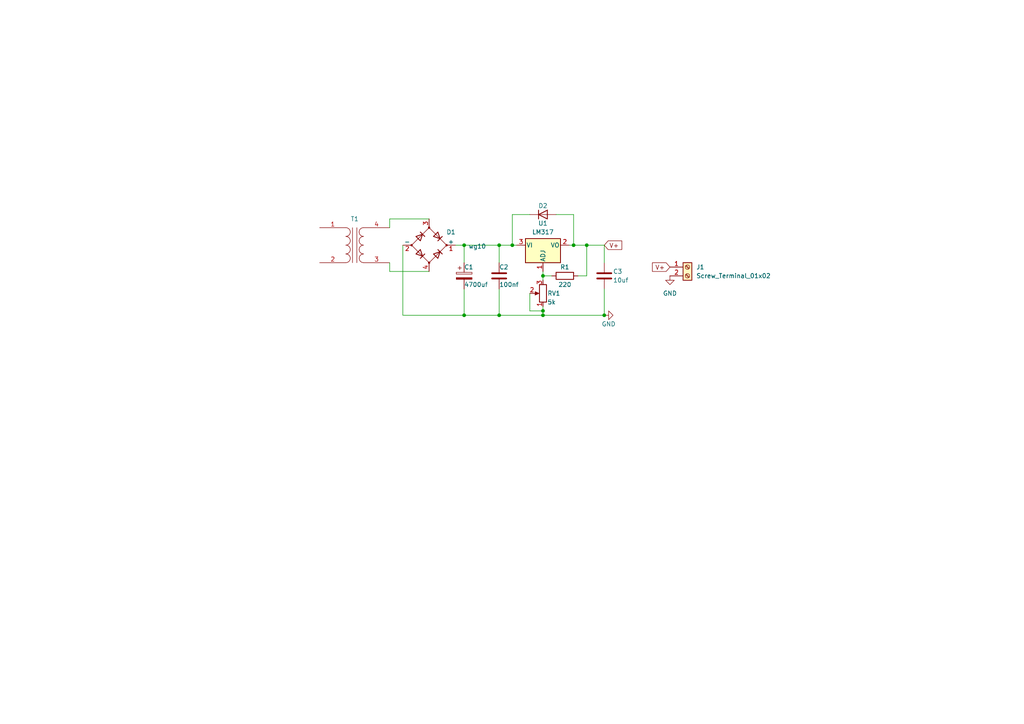
<source format=kicad_sch>
(kicad_sch (version 20230121) (generator eeschema)

  (uuid e065d612-19fc-49a8-8508-6de00f0e7755)

  (paper "A4")

  (lib_symbols
    (symbol "Connector:Screw_Terminal_01x02" (pin_names (offset 1.016) hide) (in_bom yes) (on_board yes)
      (property "Reference" "J" (at 0 2.54 0)
        (effects (font (size 1.27 1.27)))
      )
      (property "Value" "Screw_Terminal_01x02" (at 0 -5.08 0)
        (effects (font (size 1.27 1.27)))
      )
      (property "Footprint" "" (at 0 0 0)
        (effects (font (size 1.27 1.27)) hide)
      )
      (property "Datasheet" "~" (at 0 0 0)
        (effects (font (size 1.27 1.27)) hide)
      )
      (property "ki_keywords" "screw terminal" (at 0 0 0)
        (effects (font (size 1.27 1.27)) hide)
      )
      (property "ki_description" "Generic screw terminal, single row, 01x02, script generated (kicad-library-utils/schlib/autogen/connector/)" (at 0 0 0)
        (effects (font (size 1.27 1.27)) hide)
      )
      (property "ki_fp_filters" "TerminalBlock*:*" (at 0 0 0)
        (effects (font (size 1.27 1.27)) hide)
      )
      (symbol "Screw_Terminal_01x02_1_1"
        (rectangle (start -1.27 1.27) (end 1.27 -3.81)
          (stroke (width 0.254) (type default))
          (fill (type background))
        )
        (circle (center 0 -2.54) (radius 0.635)
          (stroke (width 0.1524) (type default))
          (fill (type none))
        )
        (polyline
          (pts
            (xy -0.5334 -2.2098)
            (xy 0.3302 -3.048)
          )
          (stroke (width 0.1524) (type default))
          (fill (type none))
        )
        (polyline
          (pts
            (xy -0.5334 0.3302)
            (xy 0.3302 -0.508)
          )
          (stroke (width 0.1524) (type default))
          (fill (type none))
        )
        (polyline
          (pts
            (xy -0.3556 -2.032)
            (xy 0.508 -2.8702)
          )
          (stroke (width 0.1524) (type default))
          (fill (type none))
        )
        (polyline
          (pts
            (xy -0.3556 0.508)
            (xy 0.508 -0.3302)
          )
          (stroke (width 0.1524) (type default))
          (fill (type none))
        )
        (circle (center 0 0) (radius 0.635)
          (stroke (width 0.1524) (type default))
          (fill (type none))
        )
        (pin passive line (at -5.08 0 0) (length 3.81)
          (name "Pin_1" (effects (font (size 1.27 1.27))))
          (number "1" (effects (font (size 1.27 1.27))))
        )
        (pin passive line (at -5.08 -2.54 0) (length 3.81)
          (name "Pin_2" (effects (font (size 1.27 1.27))))
          (number "2" (effects (font (size 1.27 1.27))))
        )
      )
    )
    (symbol "Device:C" (pin_numbers hide) (pin_names (offset 0.254)) (in_bom yes) (on_board yes)
      (property "Reference" "C" (at 0.635 2.54 0)
        (effects (font (size 1.27 1.27)) (justify left))
      )
      (property "Value" "C" (at 0.635 -2.54 0)
        (effects (font (size 1.27 1.27)) (justify left))
      )
      (property "Footprint" "" (at 0.9652 -3.81 0)
        (effects (font (size 1.27 1.27)) hide)
      )
      (property "Datasheet" "~" (at 0 0 0)
        (effects (font (size 1.27 1.27)) hide)
      )
      (property "ki_keywords" "cap capacitor" (at 0 0 0)
        (effects (font (size 1.27 1.27)) hide)
      )
      (property "ki_description" "Unpolarized capacitor" (at 0 0 0)
        (effects (font (size 1.27 1.27)) hide)
      )
      (property "ki_fp_filters" "C_*" (at 0 0 0)
        (effects (font (size 1.27 1.27)) hide)
      )
      (symbol "C_0_1"
        (polyline
          (pts
            (xy -2.032 -0.762)
            (xy 2.032 -0.762)
          )
          (stroke (width 0.508) (type default))
          (fill (type none))
        )
        (polyline
          (pts
            (xy -2.032 0.762)
            (xy 2.032 0.762)
          )
          (stroke (width 0.508) (type default))
          (fill (type none))
        )
      )
      (symbol "C_1_1"
        (pin passive line (at 0 3.81 270) (length 2.794)
          (name "~" (effects (font (size 1.27 1.27))))
          (number "1" (effects (font (size 1.27 1.27))))
        )
        (pin passive line (at 0 -3.81 90) (length 2.794)
          (name "~" (effects (font (size 1.27 1.27))))
          (number "2" (effects (font (size 1.27 1.27))))
        )
      )
    )
    (symbol "Device:C_Polarized" (pin_numbers hide) (pin_names (offset 0.254)) (in_bom yes) (on_board yes)
      (property "Reference" "C" (at 0.635 2.54 0)
        (effects (font (size 1.27 1.27)) (justify left))
      )
      (property "Value" "C_Polarized" (at 0.635 -2.54 0)
        (effects (font (size 1.27 1.27)) (justify left))
      )
      (property "Footprint" "" (at 0.9652 -3.81 0)
        (effects (font (size 1.27 1.27)) hide)
      )
      (property "Datasheet" "~" (at 0 0 0)
        (effects (font (size 1.27 1.27)) hide)
      )
      (property "ki_keywords" "cap capacitor" (at 0 0 0)
        (effects (font (size 1.27 1.27)) hide)
      )
      (property "ki_description" "Polarized capacitor" (at 0 0 0)
        (effects (font (size 1.27 1.27)) hide)
      )
      (property "ki_fp_filters" "CP_*" (at 0 0 0)
        (effects (font (size 1.27 1.27)) hide)
      )
      (symbol "C_Polarized_0_1"
        (rectangle (start -2.286 0.508) (end 2.286 1.016)
          (stroke (width 0) (type default))
          (fill (type none))
        )
        (polyline
          (pts
            (xy -1.778 2.286)
            (xy -0.762 2.286)
          )
          (stroke (width 0) (type default))
          (fill (type none))
        )
        (polyline
          (pts
            (xy -1.27 2.794)
            (xy -1.27 1.778)
          )
          (stroke (width 0) (type default))
          (fill (type none))
        )
        (rectangle (start 2.286 -0.508) (end -2.286 -1.016)
          (stroke (width 0) (type default))
          (fill (type outline))
        )
      )
      (symbol "C_Polarized_1_1"
        (pin passive line (at 0 3.81 270) (length 2.794)
          (name "~" (effects (font (size 1.27 1.27))))
          (number "1" (effects (font (size 1.27 1.27))))
        )
        (pin passive line (at 0 -3.81 90) (length 2.794)
          (name "~" (effects (font (size 1.27 1.27))))
          (number "2" (effects (font (size 1.27 1.27))))
        )
      )
    )
    (symbol "Device:D" (pin_numbers hide) (pin_names (offset 1.016) hide) (in_bom yes) (on_board yes)
      (property "Reference" "D" (at 0 2.54 0)
        (effects (font (size 1.27 1.27)))
      )
      (property "Value" "D" (at 0 -2.54 0)
        (effects (font (size 1.27 1.27)))
      )
      (property "Footprint" "" (at 0 0 0)
        (effects (font (size 1.27 1.27)) hide)
      )
      (property "Datasheet" "~" (at 0 0 0)
        (effects (font (size 1.27 1.27)) hide)
      )
      (property "Sim.Device" "D" (at 0 0 0)
        (effects (font (size 1.27 1.27)) hide)
      )
      (property "Sim.Pins" "1=K 2=A" (at 0 0 0)
        (effects (font (size 1.27 1.27)) hide)
      )
      (property "ki_keywords" "diode" (at 0 0 0)
        (effects (font (size 1.27 1.27)) hide)
      )
      (property "ki_description" "Diode" (at 0 0 0)
        (effects (font (size 1.27 1.27)) hide)
      )
      (property "ki_fp_filters" "TO-???* *_Diode_* *SingleDiode* D_*" (at 0 0 0)
        (effects (font (size 1.27 1.27)) hide)
      )
      (symbol "D_0_1"
        (polyline
          (pts
            (xy -1.27 1.27)
            (xy -1.27 -1.27)
          )
          (stroke (width 0.254) (type default))
          (fill (type none))
        )
        (polyline
          (pts
            (xy 1.27 0)
            (xy -1.27 0)
          )
          (stroke (width 0) (type default))
          (fill (type none))
        )
        (polyline
          (pts
            (xy 1.27 1.27)
            (xy 1.27 -1.27)
            (xy -1.27 0)
            (xy 1.27 1.27)
          )
          (stroke (width 0.254) (type default))
          (fill (type none))
        )
      )
      (symbol "D_1_1"
        (pin passive line (at -3.81 0 0) (length 2.54)
          (name "K" (effects (font (size 1.27 1.27))))
          (number "1" (effects (font (size 1.27 1.27))))
        )
        (pin passive line (at 3.81 0 180) (length 2.54)
          (name "A" (effects (font (size 1.27 1.27))))
          (number "2" (effects (font (size 1.27 1.27))))
        )
      )
    )
    (symbol "Device:D_Bridge_+-AA" (pin_names (offset 0)) (in_bom yes) (on_board yes)
      (property "Reference" "D" (at 2.54 6.985 0)
        (effects (font (size 1.27 1.27)) (justify left))
      )
      (property "Value" "D_Bridge_+-AA" (at 2.54 5.08 0)
        (effects (font (size 1.27 1.27)) (justify left))
      )
      (property "Footprint" "" (at 0 0 0)
        (effects (font (size 1.27 1.27)) hide)
      )
      (property "Datasheet" "~" (at 0 0 0)
        (effects (font (size 1.27 1.27)) hide)
      )
      (property "ki_keywords" "rectifier ACDC" (at 0 0 0)
        (effects (font (size 1.27 1.27)) hide)
      )
      (property "ki_description" "Diode bridge, +ve/-ve/AC/AC" (at 0 0 0)
        (effects (font (size 1.27 1.27)) hide)
      )
      (property "ki_fp_filters" "D*Bridge* D*Rectifier*" (at 0 0 0)
        (effects (font (size 1.27 1.27)) hide)
      )
      (symbol "D_Bridge_+-AA_0_1"
        (circle (center -5.08 0) (radius 0.254)
          (stroke (width 0) (type default))
          (fill (type outline))
        )
        (circle (center 0 -5.08) (radius 0.254)
          (stroke (width 0) (type default))
          (fill (type outline))
        )
        (polyline
          (pts
            (xy -2.54 3.81)
            (xy -1.27 2.54)
          )
          (stroke (width 0.254) (type default))
          (fill (type none))
        )
        (polyline
          (pts
            (xy -1.27 -2.54)
            (xy -2.54 -3.81)
          )
          (stroke (width 0.254) (type default))
          (fill (type none))
        )
        (polyline
          (pts
            (xy 2.54 -1.27)
            (xy 3.81 -2.54)
          )
          (stroke (width 0.254) (type default))
          (fill (type none))
        )
        (polyline
          (pts
            (xy 2.54 1.27)
            (xy 3.81 2.54)
          )
          (stroke (width 0.254) (type default))
          (fill (type none))
        )
        (polyline
          (pts
            (xy -3.81 2.54)
            (xy -2.54 1.27)
            (xy -1.905 3.175)
            (xy -3.81 2.54)
          )
          (stroke (width 0.254) (type default))
          (fill (type none))
        )
        (polyline
          (pts
            (xy -2.54 -1.27)
            (xy -3.81 -2.54)
            (xy -1.905 -3.175)
            (xy -2.54 -1.27)
          )
          (stroke (width 0.254) (type default))
          (fill (type none))
        )
        (polyline
          (pts
            (xy 1.27 2.54)
            (xy 2.54 3.81)
            (xy 3.175 1.905)
            (xy 1.27 2.54)
          )
          (stroke (width 0.254) (type default))
          (fill (type none))
        )
        (polyline
          (pts
            (xy 3.175 -1.905)
            (xy 1.27 -2.54)
            (xy 2.54 -3.81)
            (xy 3.175 -1.905)
          )
          (stroke (width 0.254) (type default))
          (fill (type none))
        )
        (polyline
          (pts
            (xy -5.08 0)
            (xy 0 -5.08)
            (xy 5.08 0)
            (xy 0 5.08)
            (xy -5.08 0)
          )
          (stroke (width 0) (type default))
          (fill (type none))
        )
        (circle (center 0 5.08) (radius 0.254)
          (stroke (width 0) (type default))
          (fill (type outline))
        )
        (circle (center 5.08 0) (radius 0.254)
          (stroke (width 0) (type default))
          (fill (type outline))
        )
      )
      (symbol "D_Bridge_+-AA_1_1"
        (pin passive line (at 7.62 0 180) (length 2.54)
          (name "+" (effects (font (size 1.27 1.27))))
          (number "1" (effects (font (size 1.27 1.27))))
        )
        (pin passive line (at -7.62 0 0) (length 2.54)
          (name "-" (effects (font (size 1.27 1.27))))
          (number "2" (effects (font (size 1.27 1.27))))
        )
        (pin passive line (at 0 7.62 270) (length 2.54)
          (name "~" (effects (font (size 1.27 1.27))))
          (number "3" (effects (font (size 1.27 1.27))))
        )
        (pin passive line (at 0 -7.62 90) (length 2.54)
          (name "~" (effects (font (size 1.27 1.27))))
          (number "4" (effects (font (size 1.27 1.27))))
        )
      )
    )
    (symbol "Device:R" (pin_numbers hide) (pin_names (offset 0)) (in_bom yes) (on_board yes)
      (property "Reference" "R" (at 2.032 0 90)
        (effects (font (size 1.27 1.27)))
      )
      (property "Value" "R" (at 0 0 90)
        (effects (font (size 1.27 1.27)))
      )
      (property "Footprint" "" (at -1.778 0 90)
        (effects (font (size 1.27 1.27)) hide)
      )
      (property "Datasheet" "~" (at 0 0 0)
        (effects (font (size 1.27 1.27)) hide)
      )
      (property "ki_keywords" "R res resistor" (at 0 0 0)
        (effects (font (size 1.27 1.27)) hide)
      )
      (property "ki_description" "Resistor" (at 0 0 0)
        (effects (font (size 1.27 1.27)) hide)
      )
      (property "ki_fp_filters" "R_*" (at 0 0 0)
        (effects (font (size 1.27 1.27)) hide)
      )
      (symbol "R_0_1"
        (rectangle (start -1.016 -2.54) (end 1.016 2.54)
          (stroke (width 0.254) (type default))
          (fill (type none))
        )
      )
      (symbol "R_1_1"
        (pin passive line (at 0 3.81 270) (length 1.27)
          (name "~" (effects (font (size 1.27 1.27))))
          (number "1" (effects (font (size 1.27 1.27))))
        )
        (pin passive line (at 0 -3.81 90) (length 1.27)
          (name "~" (effects (font (size 1.27 1.27))))
          (number "2" (effects (font (size 1.27 1.27))))
        )
      )
    )
    (symbol "Device:R_Potentiometer" (pin_names (offset 1.016) hide) (in_bom yes) (on_board yes)
      (property "Reference" "RV" (at -4.445 0 90)
        (effects (font (size 1.27 1.27)))
      )
      (property "Value" "R_Potentiometer" (at -2.54 0 90)
        (effects (font (size 1.27 1.27)))
      )
      (property "Footprint" "" (at 0 0 0)
        (effects (font (size 1.27 1.27)) hide)
      )
      (property "Datasheet" "~" (at 0 0 0)
        (effects (font (size 1.27 1.27)) hide)
      )
      (property "ki_keywords" "resistor variable" (at 0 0 0)
        (effects (font (size 1.27 1.27)) hide)
      )
      (property "ki_description" "Potentiometer" (at 0 0 0)
        (effects (font (size 1.27 1.27)) hide)
      )
      (property "ki_fp_filters" "Potentiometer*" (at 0 0 0)
        (effects (font (size 1.27 1.27)) hide)
      )
      (symbol "R_Potentiometer_0_1"
        (polyline
          (pts
            (xy 2.54 0)
            (xy 1.524 0)
          )
          (stroke (width 0) (type default))
          (fill (type none))
        )
        (polyline
          (pts
            (xy 1.143 0)
            (xy 2.286 0.508)
            (xy 2.286 -0.508)
            (xy 1.143 0)
          )
          (stroke (width 0) (type default))
          (fill (type outline))
        )
        (rectangle (start 1.016 2.54) (end -1.016 -2.54)
          (stroke (width 0.254) (type default))
          (fill (type none))
        )
      )
      (symbol "R_Potentiometer_1_1"
        (pin passive line (at 0 3.81 270) (length 1.27)
          (name "1" (effects (font (size 1.27 1.27))))
          (number "1" (effects (font (size 1.27 1.27))))
        )
        (pin passive line (at 3.81 0 180) (length 1.27)
          (name "2" (effects (font (size 1.27 1.27))))
          (number "2" (effects (font (size 1.27 1.27))))
        )
        (pin passive line (at 0 -3.81 90) (length 1.27)
          (name "3" (effects (font (size 1.27 1.27))))
          (number "3" (effects (font (size 1.27 1.27))))
        )
      )
    )
    (symbol "Device:Transformer_1P_1S" (pin_names (offset 1.016) hide) (in_bom yes) (on_board yes)
      (property "Reference" "T" (at 0 6.35 0)
        (effects (font (size 1.27 1.27)))
      )
      (property "Value" "Transformer_1P_1S" (at 0 -7.62 0)
        (effects (font (size 1.27 1.27)))
      )
      (property "Footprint" "" (at 0 0 0)
        (effects (font (size 1.27 1.27)) hide)
      )
      (property "Datasheet" "~" (at 0 0 0)
        (effects (font (size 1.27 1.27)) hide)
      )
      (property "ki_keywords" "transformer coil magnet" (at 0 0 0)
        (effects (font (size 1.27 1.27)) hide)
      )
      (property "ki_description" "Transformer, single primary, single secondary" (at 0 0 0)
        (effects (font (size 1.27 1.27)) hide)
      )
      (symbol "Transformer_1P_1S_0_1"
        (arc (start -2.54 -5.0546) (mid -1.6599 -4.6901) (end -1.27 -3.81)
          (stroke (width 0) (type default))
          (fill (type none))
        )
        (arc (start -2.54 -2.5146) (mid -1.6599 -2.1501) (end -1.27 -1.27)
          (stroke (width 0) (type default))
          (fill (type none))
        )
        (arc (start -2.54 0.0254) (mid -1.6599 0.3899) (end -1.27 1.27)
          (stroke (width 0) (type default))
          (fill (type none))
        )
        (arc (start -2.54 2.5654) (mid -1.6599 2.9299) (end -1.27 3.81)
          (stroke (width 0) (type default))
          (fill (type none))
        )
        (arc (start -1.27 -3.81) (mid -1.642 -2.912) (end -2.54 -2.54)
          (stroke (width 0) (type default))
          (fill (type none))
        )
        (arc (start -1.27 -1.27) (mid -1.642 -0.372) (end -2.54 0)
          (stroke (width 0) (type default))
          (fill (type none))
        )
        (arc (start -1.27 1.27) (mid -1.642 2.168) (end -2.54 2.54)
          (stroke (width 0) (type default))
          (fill (type none))
        )
        (arc (start -1.27 3.81) (mid -1.642 4.708) (end -2.54 5.08)
          (stroke (width 0) (type default))
          (fill (type none))
        )
        (polyline
          (pts
            (xy -0.635 5.08)
            (xy -0.635 -5.08)
          )
          (stroke (width 0) (type default))
          (fill (type none))
        )
        (polyline
          (pts
            (xy 0.635 -5.08)
            (xy 0.635 5.08)
          )
          (stroke (width 0) (type default))
          (fill (type none))
        )
        (arc (start 1.2954 -1.27) (mid 1.6599 -2.1501) (end 2.54 -2.5146)
          (stroke (width 0) (type default))
          (fill (type none))
        )
        (arc (start 1.2954 1.27) (mid 1.6599 0.3899) (end 2.54 0.0254)
          (stroke (width 0) (type default))
          (fill (type none))
        )
        (arc (start 1.2954 3.81) (mid 1.6599 2.9299) (end 2.54 2.5654)
          (stroke (width 0) (type default))
          (fill (type none))
        )
        (arc (start 1.3208 -3.81) (mid 1.6853 -4.6901) (end 2.5654 -5.0546)
          (stroke (width 0) (type default))
          (fill (type none))
        )
        (arc (start 2.54 0) (mid 1.642 -0.372) (end 1.2954 -1.27)
          (stroke (width 0) (type default))
          (fill (type none))
        )
        (arc (start 2.54 2.54) (mid 1.642 2.168) (end 1.2954 1.27)
          (stroke (width 0) (type default))
          (fill (type none))
        )
        (arc (start 2.54 5.08) (mid 1.642 4.708) (end 1.2954 3.81)
          (stroke (width 0) (type default))
          (fill (type none))
        )
        (arc (start 2.5654 -2.54) (mid 1.6674 -2.912) (end 1.3208 -3.81)
          (stroke (width 0) (type default))
          (fill (type none))
        )
      )
      (symbol "Transformer_1P_1S_1_1"
        (pin passive line (at -10.16 5.08 0) (length 7.62)
          (name "AA" (effects (font (size 1.27 1.27))))
          (number "1" (effects (font (size 1.27 1.27))))
        )
        (pin passive line (at -10.16 -5.08 0) (length 7.62)
          (name "AB" (effects (font (size 1.27 1.27))))
          (number "2" (effects (font (size 1.27 1.27))))
        )
        (pin passive line (at 10.16 -5.08 180) (length 7.62)
          (name "SA" (effects (font (size 1.27 1.27))))
          (number "3" (effects (font (size 1.27 1.27))))
        )
        (pin passive line (at 10.16 5.08 180) (length 7.62)
          (name "SB" (effects (font (size 1.27 1.27))))
          (number "4" (effects (font (size 1.27 1.27))))
        )
      )
    )
    (symbol "Regulator_Linear:LM317L_SOT-89" (pin_names (offset 0.254)) (in_bom yes) (on_board yes)
      (property "Reference" "U" (at -3.81 3.175 0)
        (effects (font (size 1.27 1.27)))
      )
      (property "Value" "LM317L_SOT-89" (at 0 3.175 0)
        (effects (font (size 1.27 1.27)) (justify left))
      )
      (property "Footprint" "Package_TO_SOT_SMD:SOT-89-3" (at 0 6.35 0)
        (effects (font (size 1.27 1.27) italic) hide)
      )
      (property "Datasheet" "http://www.ti.com/lit/ds/symlink/lm317l.pdf" (at 0 0 0)
        (effects (font (size 1.27 1.27)) hide)
      )
      (property "ki_keywords" "Adjustable Voltage Regulator 1A Positive" (at 0 0 0)
        (effects (font (size 1.27 1.27)) hide)
      )
      (property "ki_description" "100mA 35V Adjustable Linear Regulator, SOT-89" (at 0 0 0)
        (effects (font (size 1.27 1.27)) hide)
      )
      (property "ki_fp_filters" "SOT?89*" (at 0 0 0)
        (effects (font (size 1.27 1.27)) hide)
      )
      (symbol "LM317L_SOT-89_0_1"
        (rectangle (start -5.08 1.905) (end 5.08 -5.08)
          (stroke (width 0.254) (type default))
          (fill (type background))
        )
      )
      (symbol "LM317L_SOT-89_1_1"
        (pin input line (at 0 -7.62 90) (length 2.54)
          (name "ADJ" (effects (font (size 1.27 1.27))))
          (number "1" (effects (font (size 1.27 1.27))))
        )
        (pin power_out line (at 7.62 0 180) (length 2.54)
          (name "VO" (effects (font (size 1.27 1.27))))
          (number "2" (effects (font (size 1.27 1.27))))
        )
        (pin power_in line (at -7.62 0 0) (length 2.54)
          (name "VI" (effects (font (size 1.27 1.27))))
          (number "3" (effects (font (size 1.27 1.27))))
        )
      )
    )
    (symbol "power:GND" (power) (pin_names (offset 0)) (in_bom yes) (on_board yes)
      (property "Reference" "#PWR" (at 0 -6.35 0)
        (effects (font (size 1.27 1.27)) hide)
      )
      (property "Value" "GND" (at 0 -3.81 0)
        (effects (font (size 1.27 1.27)))
      )
      (property "Footprint" "" (at 0 0 0)
        (effects (font (size 1.27 1.27)) hide)
      )
      (property "Datasheet" "" (at 0 0 0)
        (effects (font (size 1.27 1.27)) hide)
      )
      (property "ki_keywords" "global power" (at 0 0 0)
        (effects (font (size 1.27 1.27)) hide)
      )
      (property "ki_description" "Power symbol creates a global label with name \"GND\" , ground" (at 0 0 0)
        (effects (font (size 1.27 1.27)) hide)
      )
      (symbol "GND_0_1"
        (polyline
          (pts
            (xy 0 0)
            (xy 0 -1.27)
            (xy 1.27 -1.27)
            (xy 0 -2.54)
            (xy -1.27 -1.27)
            (xy 0 -1.27)
          )
          (stroke (width 0) (type default))
          (fill (type none))
        )
      )
      (symbol "GND_1_1"
        (pin power_in line (at 0 0 270) (length 0) hide
          (name "GND" (effects (font (size 1.27 1.27))))
          (number "1" (effects (font (size 1.27 1.27))))
        )
      )
    )
  )

  (junction (at 157.48 80.01) (diameter 0) (color 0 0 0 0)
    (uuid 03e9bcfb-a946-4d4f-b2fc-ad03cfbc2649)
  )
  (junction (at 134.62 91.44) (diameter 0) (color 0 0 0 0)
    (uuid 04e6d6ba-7146-4c72-9ab9-52c0f4d369f9)
  )
  (junction (at 144.78 91.44) (diameter 0) (color 0 0 0 0)
    (uuid 06896699-3398-4685-9663-627ba5c4ce56)
  )
  (junction (at 175.26 91.44) (diameter 0) (color 0 0 0 0)
    (uuid 144c2f24-40df-4ff7-8c1d-7fbde90f8297)
  )
  (junction (at 166.37 71.12) (diameter 0) (color 0 0 0 0)
    (uuid 1c41a3ed-5f7a-4c97-8ef6-795ad9b5db50)
  )
  (junction (at 157.48 90.17) (diameter 0) (color 0 0 0 0)
    (uuid 27ed66da-a938-41bf-8508-fb8074d0e974)
  )
  (junction (at 170.18 71.12) (diameter 0) (color 0 0 0 0)
    (uuid 581aaaf1-c30c-4a88-9764-aa8fdf488287)
  )
  (junction (at 157.48 91.44) (diameter 0) (color 0 0 0 0)
    (uuid b5fa4c15-7811-4494-bfdf-8f2af9606b94)
  )
  (junction (at 144.78 71.12) (diameter 0) (color 0 0 0 0)
    (uuid ba6e870b-5c3d-499a-8dc4-a88aacae61a5)
  )
  (junction (at 148.59 71.12) (diameter 0) (color 0 0 0 0)
    (uuid cb784558-b957-4096-a54b-5eb51d55546d)
  )
  (junction (at 134.62 71.12) (diameter 0) (color 0 0 0 0)
    (uuid e121b93b-bc2b-46c1-98d4-010edca69760)
  )

  (wire (pts (xy 161.29 62.23) (xy 166.37 62.23))
    (stroke (width 0) (type default))
    (uuid 334d1aa3-50c0-4a11-925e-7d5a5162ac1d)
  )
  (wire (pts (xy 153.67 62.23) (xy 148.59 62.23))
    (stroke (width 0) (type default))
    (uuid 350fb107-4f1f-4463-a36e-903194cd693f)
  )
  (wire (pts (xy 170.18 71.12) (xy 166.37 71.12))
    (stroke (width 0) (type default))
    (uuid 3ccea98d-9546-4d8f-8851-e1d7171cbfd1)
  )
  (wire (pts (xy 175.26 83.82) (xy 175.26 91.44))
    (stroke (width 0) (type default))
    (uuid 45e0bf02-d313-447a-ae81-84551487ff1a)
  )
  (wire (pts (xy 132.08 71.12) (xy 134.62 71.12))
    (stroke (width 0) (type default))
    (uuid 4a1298bd-6e21-4e33-a07d-24d4cc8c279d)
  )
  (wire (pts (xy 167.64 80.01) (xy 170.18 80.01))
    (stroke (width 0) (type default))
    (uuid 517384fd-8b92-49a5-a975-c16272429517)
  )
  (wire (pts (xy 166.37 71.12) (xy 165.1 71.12))
    (stroke (width 0) (type default))
    (uuid 59a52598-9f50-476e-b10b-d29ab3b70486)
  )
  (wire (pts (xy 175.26 71.12) (xy 170.18 71.12))
    (stroke (width 0) (type default))
    (uuid 5a3a7137-7921-4f40-8a0c-7cc5c5d32298)
  )
  (wire (pts (xy 144.78 83.82) (xy 144.78 91.44))
    (stroke (width 0) (type default))
    (uuid 6386e009-036e-45a0-b19e-dfda0cbe7f54)
  )
  (wire (pts (xy 124.46 78.74) (xy 113.03 78.74))
    (stroke (width 0) (type default))
    (uuid 6eaf6bba-e83e-49b8-9cd8-cdde25db554d)
  )
  (wire (pts (xy 166.37 62.23) (xy 166.37 71.12))
    (stroke (width 0) (type default))
    (uuid 78a4f19c-75fc-45db-bc17-619789bc054c)
  )
  (wire (pts (xy 153.67 90.17) (xy 157.48 90.17))
    (stroke (width 0) (type default))
    (uuid 824e3126-65a3-4a28-aa05-3bead174d4a9)
  )
  (wire (pts (xy 157.48 90.17) (xy 157.48 88.9))
    (stroke (width 0) (type default))
    (uuid 8484bfcd-8b5c-49eb-9387-4142d548c131)
  )
  (wire (pts (xy 144.78 71.12) (xy 144.78 76.2))
    (stroke (width 0) (type default))
    (uuid 8fbbea85-75cc-4889-bb8d-46166f491bc9)
  )
  (wire (pts (xy 113.03 63.5) (xy 124.46 63.5))
    (stroke (width 0) (type default))
    (uuid 955904a3-0768-4138-9c9b-b2dfadb5466d)
  )
  (wire (pts (xy 157.48 80.01) (xy 157.48 81.28))
    (stroke (width 0) (type default))
    (uuid 9d2c31d2-14b4-404b-8bef-75ca7e86c061)
  )
  (wire (pts (xy 157.48 80.01) (xy 160.02 80.01))
    (stroke (width 0) (type default))
    (uuid 9d3bd9cf-76f9-47f7-a105-745c963a3743)
  )
  (wire (pts (xy 153.67 85.09) (xy 153.67 90.17))
    (stroke (width 0) (type default))
    (uuid 9e8613c6-398d-493b-aee0-df0766d63c33)
  )
  (wire (pts (xy 134.62 91.44) (xy 144.78 91.44))
    (stroke (width 0) (type default))
    (uuid 9efd5224-82cb-4670-af63-d80611a5cf61)
  )
  (wire (pts (xy 113.03 78.74) (xy 113.03 76.2))
    (stroke (width 0) (type default))
    (uuid a443c2f8-cd91-499b-b102-3d1aa46d4538)
  )
  (wire (pts (xy 134.62 71.12) (xy 134.62 76.2))
    (stroke (width 0) (type default))
    (uuid a63a69b3-66e5-4b6d-9b9c-a951d27e097e)
  )
  (wire (pts (xy 134.62 83.82) (xy 134.62 91.44))
    (stroke (width 0) (type default))
    (uuid aa308e55-6f10-4017-a9b7-00a0087bb91b)
  )
  (wire (pts (xy 157.48 91.44) (xy 157.48 90.17))
    (stroke (width 0) (type default))
    (uuid acb326a5-396b-4fce-9d69-dbab742955dd)
  )
  (wire (pts (xy 116.84 91.44) (xy 134.62 91.44))
    (stroke (width 0) (type default))
    (uuid ae694f8f-3acb-47b2-8fc6-c5492ec8d130)
  )
  (wire (pts (xy 144.78 91.44) (xy 157.48 91.44))
    (stroke (width 0) (type default))
    (uuid b57f7ccb-fabc-439b-9973-5666aac0351e)
  )
  (wire (pts (xy 148.59 62.23) (xy 148.59 71.12))
    (stroke (width 0) (type default))
    (uuid b8ee4710-cd19-4e5c-8067-8f5abc91911e)
  )
  (wire (pts (xy 116.84 71.12) (xy 116.84 91.44))
    (stroke (width 0) (type default))
    (uuid c9681f4c-fd05-4587-9e10-e5f0c516fc95)
  )
  (wire (pts (xy 134.62 71.12) (xy 144.78 71.12))
    (stroke (width 0) (type default))
    (uuid ca4540dd-2b43-4390-a82d-80ce0efc3525)
  )
  (wire (pts (xy 113.03 66.04) (xy 113.03 63.5))
    (stroke (width 0) (type default))
    (uuid d8a5b82b-5200-4492-b986-d7f978b9d318)
  )
  (wire (pts (xy 144.78 71.12) (xy 148.59 71.12))
    (stroke (width 0) (type default))
    (uuid db0a6470-ac1d-4f9a-91e6-d15b972dd13f)
  )
  (wire (pts (xy 170.18 80.01) (xy 170.18 71.12))
    (stroke (width 0) (type default))
    (uuid e134d74a-3eef-4c30-8025-20a45e5bb008)
  )
  (wire (pts (xy 175.26 91.44) (xy 157.48 91.44))
    (stroke (width 0) (type default))
    (uuid e9431f4a-b586-4079-acaf-aa2f1a480a68)
  )
  (wire (pts (xy 148.59 71.12) (xy 149.86 71.12))
    (stroke (width 0) (type default))
    (uuid e9f8c0e1-e899-4fb2-93f2-831f3b1cb265)
  )
  (wire (pts (xy 157.48 78.74) (xy 157.48 80.01))
    (stroke (width 0) (type default))
    (uuid ef13006a-f541-46da-b446-2c2258a5ab3b)
  )
  (wire (pts (xy 175.26 76.2) (xy 175.26 71.12))
    (stroke (width 0) (type default))
    (uuid fd21a1ed-616e-41c4-a811-dab13efce717)
  )

  (global_label "V+" (shape input) (at 194.31 77.47 180) (fields_autoplaced)
    (effects (font (size 1.27 1.27)) (justify right))
    (uuid 3c173828-c3b5-45ea-ae78-a8b4f20ed21f)
    (property "Intersheetrefs" "${INTERSHEET_REFS}" (at 188.6638 77.47 0)
      (effects (font (size 1.27 1.27)) (justify right) hide)
    )
  )
  (global_label "V+" (shape input) (at 175.26 71.12 0) (fields_autoplaced)
    (effects (font (size 1.27 1.27)) (justify left))
    (uuid b979c0c6-3beb-4f53-9bfc-c67347c8fb5d)
    (property "Intersheetrefs" "${INTERSHEET_REFS}" (at 180.9062 71.12 0)
      (effects (font (size 1.27 1.27)) (justify left) hide)
    )
  )

  (symbol (lib_id "Device:D_Bridge_+-AA") (at 124.46 71.12 0) (unit 1)
    (in_bom yes) (on_board yes) (dnp no)
    (uuid 0ffd73a8-604d-4abe-9cec-bf9adf880971)
    (property "Reference" "D1" (at 130.81 67.31 0)
      (effects (font (size 1.27 1.27)))
    )
    (property "Value" "wg10" (at 138.43 71.4441 0)
      (effects (font (size 1.27 1.27)))
    )
    (property "Footprint" "" (at 124.46 71.12 0)
      (effects (font (size 1.27 1.27)) hide)
    )
    (property "Datasheet" "~" (at 124.46 71.12 0)
      (effects (font (size 1.27 1.27)) hide)
    )
    (pin "1" (uuid 5d452643-890f-404a-945a-d85979daabb9))
    (pin "2" (uuid 78ad04ae-6813-4cbc-b71e-f48744ea0ffb))
    (pin "3" (uuid 4485ff4d-e4d3-472c-91a9-d92095db0d21))
    (pin "4" (uuid f68a54e0-c59b-4676-bef0-e6b5629ea47b))
    (instances
      (project "fuente 3.3v"
        (path "/e065d612-19fc-49a8-8508-6de00f0e7755"
          (reference "D1") (unit 1)
        )
      )
    )
  )

  (symbol (lib_id "Device:C") (at 175.26 80.01 0) (unit 1)
    (in_bom yes) (on_board yes) (dnp no)
    (uuid 17d1a429-294a-4ecb-b00c-517183652c85)
    (property "Reference" "C3" (at 177.8 78.74 0)
      (effects (font (size 1.27 1.27)) (justify left))
    )
    (property "Value" "10uf" (at 177.8 81.28 0)
      (effects (font (size 1.27 1.27)) (justify left))
    )
    (property "Footprint" "" (at 176.2252 83.82 0)
      (effects (font (size 1.27 1.27)) hide)
    )
    (property "Datasheet" "~" (at 175.26 80.01 0)
      (effects (font (size 1.27 1.27)) hide)
    )
    (pin "1" (uuid 489469e1-d963-49fb-ba33-3203d8110b00))
    (pin "2" (uuid 992d208a-9a4f-459b-a697-d45a4b01456c))
    (instances
      (project "fuente 3.3v"
        (path "/e065d612-19fc-49a8-8508-6de00f0e7755"
          (reference "C3") (unit 1)
        )
      )
    )
  )

  (symbol (lib_id "Device:C") (at 144.78 80.01 0) (unit 1)
    (in_bom yes) (on_board yes) (dnp no)
    (uuid 1b3afd3b-d4df-4516-93a6-7271cadda163)
    (property "Reference" "C2" (at 144.78 77.47 0)
      (effects (font (size 1.27 1.27)) (justify left))
    )
    (property "Value" "100nf" (at 144.78 82.55 0)
      (effects (font (size 1.27 1.27)) (justify left))
    )
    (property "Footprint" "" (at 145.7452 83.82 0)
      (effects (font (size 1.27 1.27)) hide)
    )
    (property "Datasheet" "~" (at 144.78 80.01 0)
      (effects (font (size 1.27 1.27)) hide)
    )
    (pin "1" (uuid 9260e1f5-99ce-4ad5-bd48-2db1baa8647b))
    (pin "2" (uuid a45f5c31-c1d5-4250-8e0f-e63d6adf33a7))
    (instances
      (project "fuente 3.3v"
        (path "/e065d612-19fc-49a8-8508-6de00f0e7755"
          (reference "C2") (unit 1)
        )
      )
    )
  )

  (symbol (lib_id "Device:C_Polarized") (at 134.62 80.01 0) (unit 1)
    (in_bom yes) (on_board yes) (dnp no)
    (uuid 28eb4c96-8a83-4b68-bc42-97ea878f774a)
    (property "Reference" "C1" (at 134.62 77.47 0)
      (effects (font (size 1.27 1.27)) (justify left))
    )
    (property "Value" "4700uf" (at 134.62 82.55 0)
      (effects (font (size 1.27 1.27)) (justify left))
    )
    (property "Footprint" "" (at 135.5852 83.82 0)
      (effects (font (size 1.27 1.27)) hide)
    )
    (property "Datasheet" "~" (at 134.62 80.01 0)
      (effects (font (size 1.27 1.27)) hide)
    )
    (pin "1" (uuid c456bc61-e6ab-4215-8c61-a3b21dca86fb))
    (pin "2" (uuid c7ee28ff-4780-4ec9-bd89-defdca63272e))
    (instances
      (project "fuente 3.3v"
        (path "/e065d612-19fc-49a8-8508-6de00f0e7755"
          (reference "C1") (unit 1)
        )
      )
    )
  )

  (symbol (lib_id "Device:R_Potentiometer") (at 157.48 85.09 180) (unit 1)
    (in_bom yes) (on_board yes) (dnp no)
    (uuid 556d3153-e4c4-4a67-84ab-d53e755e36b1)
    (property "Reference" "RV1" (at 158.75 85.09 0)
      (effects (font (size 1.27 1.27)) (justify right))
    )
    (property "Value" "5k" (at 158.75 87.63 0)
      (effects (font (size 1.27 1.27)) (justify right))
    )
    (property "Footprint" "Potentiometer_THT:Potentiometer_Bourns_3386C_Horizontal" (at 157.48 85.09 0)
      (effects (font (size 1.27 1.27)) hide)
    )
    (property "Datasheet" "~" (at 157.48 85.09 0)
      (effects (font (size 1.27 1.27)) hide)
    )
    (pin "1" (uuid 13ecc098-36e5-48f8-991d-38fd2b772572))
    (pin "2" (uuid 23f19a4b-3b95-4eb6-a136-a52ca69e0c59))
    (pin "3" (uuid 66601d11-2dbf-4c5c-af17-3d94ec9951fc))
    (instances
      (project "fuente 3.3v"
        (path "/e065d612-19fc-49a8-8508-6de00f0e7755"
          (reference "RV1") (unit 1)
        )
      )
    )
  )

  (symbol (lib_id "Device:D") (at 157.48 62.23 0) (unit 1)
    (in_bom yes) (on_board yes) (dnp no)
    (uuid 63e5b64a-546b-4bd2-93e1-5da9dd579ee4)
    (property "Reference" "D2" (at 157.48 59.69 0)
      (effects (font (size 1.27 1.27)))
    )
    (property "Value" "D" (at 157.48 58.42 0)
      (effects (font (size 1.27 1.27)) hide)
    )
    (property "Footprint" "Diode_THT:D_DO-15_P15.24mm_Horizontal" (at 157.48 62.23 0)
      (effects (font (size 1.27 1.27)) hide)
    )
    (property "Datasheet" "~" (at 157.48 62.23 0)
      (effects (font (size 1.27 1.27)) hide)
    )
    (property "Sim.Device" "D" (at 157.48 62.23 0)
      (effects (font (size 1.27 1.27)) hide)
    )
    (property "Sim.Pins" "1=K 2=A" (at 157.48 62.23 0)
      (effects (font (size 1.27 1.27)) hide)
    )
    (pin "1" (uuid b8e3fece-f966-48ce-8847-d07d3d5493b4))
    (pin "2" (uuid 37e6a238-bc03-405f-8bd0-3ee2bde63aef))
    (instances
      (project "fuente 3.3v"
        (path "/e065d612-19fc-49a8-8508-6de00f0e7755"
          (reference "D2") (unit 1)
        )
      )
    )
  )

  (symbol (lib_id "power:GND") (at 175.26 91.44 90) (unit 1)
    (in_bom yes) (on_board yes) (dnp no)
    (uuid 66651090-831d-40f5-819b-2e27b43f7096)
    (property "Reference" "#PWR01" (at 181.61 91.44 0)
      (effects (font (size 1.27 1.27)) hide)
    )
    (property "Value" "GND" (at 176.53 93.98 90)
      (effects (font (size 1.27 1.27)))
    )
    (property "Footprint" "" (at 175.26 91.44 0)
      (effects (font (size 1.27 1.27)) hide)
    )
    (property "Datasheet" "" (at 175.26 91.44 0)
      (effects (font (size 1.27 1.27)) hide)
    )
    (pin "1" (uuid 8d05876e-0518-4648-8d79-495d02f070ea))
    (instances
      (project "fuente 3.3v"
        (path "/e065d612-19fc-49a8-8508-6de00f0e7755"
          (reference "#PWR01") (unit 1)
        )
      )
    )
  )

  (symbol (lib_id "power:GND") (at 194.31 80.01 0) (unit 1)
    (in_bom yes) (on_board yes) (dnp no)
    (uuid 66672a76-e0db-45e5-9c1d-024187ddf3ca)
    (property "Reference" "#PWR02" (at 194.31 86.36 0)
      (effects (font (size 1.27 1.27)) hide)
    )
    (property "Value" "GND" (at 194.31 85.09 0)
      (effects (font (size 1.27 1.27)))
    )
    (property "Footprint" "" (at 194.31 80.01 0)
      (effects (font (size 1.27 1.27)) hide)
    )
    (property "Datasheet" "" (at 194.31 80.01 0)
      (effects (font (size 1.27 1.27)) hide)
    )
    (pin "1" (uuid 279135f3-4ae4-40a8-a9ba-80adba8f11a3))
    (instances
      (project "fuente 3.3v"
        (path "/e065d612-19fc-49a8-8508-6de00f0e7755"
          (reference "#PWR02") (unit 1)
        )
      )
    )
  )

  (symbol (lib_id "Connector:Screw_Terminal_01x02") (at 199.39 77.47 0) (unit 1)
    (in_bom yes) (on_board yes) (dnp no) (fields_autoplaced)
    (uuid 81d2bb57-ce6a-427b-bfa4-5b1723e8c833)
    (property "Reference" "J1" (at 201.93 77.47 0)
      (effects (font (size 1.27 1.27)) (justify left))
    )
    (property "Value" "Screw_Terminal_01x02" (at 201.93 80.01 0)
      (effects (font (size 1.27 1.27)) (justify left))
    )
    (property "Footprint" "" (at 199.39 77.47 0)
      (effects (font (size 1.27 1.27)) hide)
    )
    (property "Datasheet" "~" (at 199.39 77.47 0)
      (effects (font (size 1.27 1.27)) hide)
    )
    (pin "1" (uuid 10111f10-4def-4fb1-a44a-b72b06000c84))
    (pin "2" (uuid d11daeb9-8923-4868-8428-d2b6e2709a8a))
    (instances
      (project "fuente 3.3v"
        (path "/e065d612-19fc-49a8-8508-6de00f0e7755"
          (reference "J1") (unit 1)
        )
      )
    )
  )

  (symbol (lib_id "Device:R") (at 163.83 80.01 90) (unit 1)
    (in_bom yes) (on_board yes) (dnp no)
    (uuid a2f97286-9bcf-43f1-8235-114b1f4b704c)
    (property "Reference" "R1" (at 163.83 77.47 90)
      (effects (font (size 1.27 1.27)))
    )
    (property "Value" "220" (at 163.83 82.55 90)
      (effects (font (size 1.27 1.27)))
    )
    (property "Footprint" "Resistor_THT:R_Axial_DIN0516_L15.5mm_D5.0mm_P20.32mm_Horizontal" (at 163.83 81.788 90)
      (effects (font (size 1.27 1.27)) hide)
    )
    (property "Datasheet" "~" (at 163.83 80.01 0)
      (effects (font (size 1.27 1.27)) hide)
    )
    (pin "1" (uuid af01705f-53da-439b-ab04-db88d7262cda))
    (pin "2" (uuid ab36d0c8-efb7-421d-8953-61abba146144))
    (instances
      (project "fuente 3.3v"
        (path "/e065d612-19fc-49a8-8508-6de00f0e7755"
          (reference "R1") (unit 1)
        )
      )
    )
  )

  (symbol (lib_id "Device:Transformer_1P_1S") (at 102.87 71.12 0) (unit 1)
    (in_bom yes) (on_board yes) (dnp no)
    (uuid a917201a-5988-4af5-bdba-cd86b5d1ad4a)
    (property "Reference" "T1" (at 102.87 63.5 0)
      (effects (font (size 1.27 1.27)))
    )
    (property "Value" "Transformer_1P_1S" (at 102.8827 63.5 0)
      (effects (font (size 1.27 1.27)) hide)
    )
    (property "Footprint" "" (at 102.87 71.12 0)
      (effects (font (size 1.27 1.27)) hide)
    )
    (property "Datasheet" "~" (at 102.87 71.12 0)
      (effects (font (size 1.27 1.27)) hide)
    )
    (pin "1" (uuid 602cdd2b-65f9-43ff-9f72-47c118acec34))
    (pin "2" (uuid c333e835-f491-4c27-98d1-4e841acc60a8))
    (pin "3" (uuid cd02b7c3-8b1b-4f54-8b30-8e90e6b0ebd8))
    (pin "4" (uuid 81ca81fd-f3e9-4d43-807b-4f3c8e676801))
    (instances
      (project "fuente 3.3v"
        (path "/e065d612-19fc-49a8-8508-6de00f0e7755"
          (reference "T1") (unit 1)
        )
      )
    )
  )

  (symbol (lib_id "Regulator_Linear:LM317L_SOT-89") (at 157.48 71.12 0) (unit 1)
    (in_bom yes) (on_board yes) (dnp no) (fields_autoplaced)
    (uuid dad2fe79-01be-40f8-a22a-70c34f43e2d9)
    (property "Reference" "U1" (at 157.48 64.77 0)
      (effects (font (size 1.27 1.27)))
    )
    (property "Value" "LM317" (at 157.48 67.31 0)
      (effects (font (size 1.27 1.27)))
    )
    (property "Footprint" "Package_TO_SOT_SMD:SOT-89-3" (at 157.48 64.77 0)
      (effects (font (size 1.27 1.27) italic) hide)
    )
    (property "Datasheet" "http://www.ti.com/lit/ds/symlink/lm317l.pdf" (at 157.48 71.12 0)
      (effects (font (size 1.27 1.27)) hide)
    )
    (pin "1" (uuid 56f30fe0-bb0e-4538-aea6-d8c0ff485ba0))
    (pin "2" (uuid 79f99f5c-39c2-4a12-8221-d1e1b7e526cc))
    (pin "3" (uuid 157d46eb-dfb0-4953-a75c-944e1fed5149))
    (instances
      (project "fuente 3.3v"
        (path "/e065d612-19fc-49a8-8508-6de00f0e7755"
          (reference "U1") (unit 1)
        )
      )
    )
  )

  (sheet_instances
    (path "/" (page "1"))
  )
)

</source>
